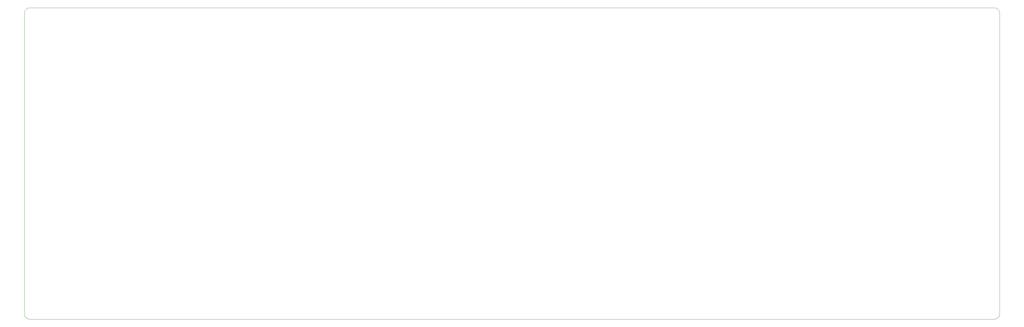
<source format=gbr>
G04 #@! TF.GenerationSoftware,KiCad,Pcbnew,(5.1.4)-1*
G04 #@! TF.CreationDate,2021-01-04T02:31:08-06:00*
G04 #@! TF.ProjectId,65Numpad,36354e75-6d70-4616-942e-6b696361645f,rev?*
G04 #@! TF.SameCoordinates,Original*
G04 #@! TF.FileFunction,Profile,NP*
%FSLAX46Y46*%
G04 Gerber Fmt 4.6, Leading zero omitted, Abs format (unit mm)*
G04 Created by KiCad (PCBNEW (5.1.4)-1) date 2021-01-04 02:31:08*
%MOMM*%
%LPD*%
G04 APERTURE LIST*
%ADD10C,0.050000*%
G04 APERTURE END LIST*
D10*
X302418750Y-49212500D02*
X302418750Y-144462500D01*
X-5556250Y-49212500D02*
G75*
G02X-3968750Y-47625000I1587500J0D01*
G01*
X300831250Y-146050000D02*
X78581250Y-146050000D01*
X302418750Y-144462500D02*
G75*
G02X300831250Y-146050000I-1587500J0D01*
G01*
X300831250Y-47625000D02*
G75*
G02X302418750Y-49212500I0J-1587500D01*
G01*
X-3968750Y-47625000D02*
X300831250Y-47625000D01*
X-5556250Y-144462500D02*
X-5556250Y-49212500D01*
X-3968750Y-146050000D02*
G75*
G02X-5556250Y-144462500I0J1587500D01*
G01*
X-3968750Y-146050000D02*
X78581250Y-146050000D01*
M02*

</source>
